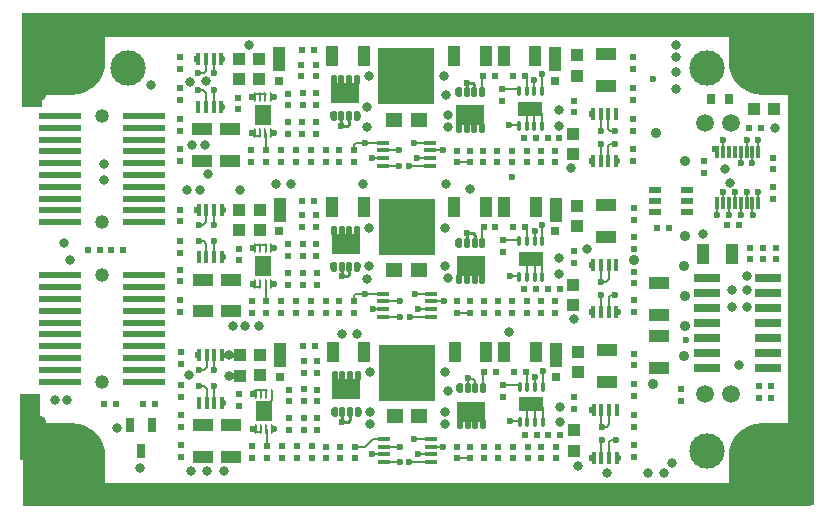
<source format=gbl>
G04 Layer_Physical_Order=10*
G04 Layer_Color=16711680*
%FSLAX44Y44*%
%MOMM*%
G71*
G01*
G75*
%ADD12R,1.1000X1.0000*%
%ADD28R,0.6000X0.6000*%
%ADD29R,0.6000X0.6000*%
%ADD30C,0.5000*%
%ADD31C,0.2000*%
%ADD33C,0.2500*%
%ADD35R,58.8500X2.0300*%
%ADD39C,1.1900*%
%ADD40C,3.0000*%
%ADD41C,6.0000*%
%ADD42C,1.5000*%
%ADD43C,0.8000*%
%ADD44C,0.6000*%
%ADD45C,0.9000*%
%ADD46R,1.5750X33.7300*%
%ADD47R,58.8500X1.3500*%
%ADD48R,4.2000X6.9750*%
%ADD49R,6.9750X4.2000*%
%ADD50R,1.6750X3.9000*%
%ADD51R,1.6750X5.5750*%
%ADD52R,1.2750X0.8500*%
%ADD53R,0.8500X1.2750*%
%ADD71C,0.4000*%
%ADD72R,1.4500X1.7500*%
G04:AMPARAMS|DCode=73|XSize=0.25mm|YSize=0.8mm|CornerRadius=0.0625mm|HoleSize=0mm|Usage=FLASHONLY|Rotation=0.000|XOffset=0mm|YOffset=0mm|HoleType=Round|Shape=RoundedRectangle|*
%AMROUNDEDRECTD73*
21,1,0.2500,0.6750,0,0,0.0*
21,1,0.1250,0.8000,0,0,0.0*
1,1,0.1250,0.0625,-0.3375*
1,1,0.1250,-0.0625,-0.3375*
1,1,0.1250,-0.0625,0.3375*
1,1,0.1250,0.0625,0.3375*
%
%ADD73ROUNDEDRECTD73*%
G04:AMPARAMS|DCode=74|XSize=0.4mm|YSize=1.1mm|CornerRadius=0.1mm|HoleSize=0mm|Usage=FLASHONLY|Rotation=180.000|XOffset=0mm|YOffset=0mm|HoleType=Round|Shape=RoundedRectangle|*
%AMROUNDEDRECTD74*
21,1,0.4000,0.9000,0,0,180.0*
21,1,0.2000,1.1000,0,0,180.0*
1,1,0.2000,-0.1000,0.4500*
1,1,0.2000,0.1000,0.4500*
1,1,0.2000,0.1000,-0.4500*
1,1,0.2000,-0.1000,-0.4500*
%
%ADD74ROUNDEDRECTD74*%
G04:AMPARAMS|DCode=75|XSize=0.45mm|YSize=0.9mm|CornerRadius=0.1125mm|HoleSize=0mm|Usage=FLASHONLY|Rotation=180.000|XOffset=0mm|YOffset=0mm|HoleType=Round|Shape=RoundedRectangle|*
%AMROUNDEDRECTD75*
21,1,0.4500,0.6750,0,0,180.0*
21,1,0.2250,0.9000,0,0,180.0*
1,1,0.2250,-0.1125,0.3375*
1,1,0.2250,0.1125,0.3375*
1,1,0.2250,0.1125,-0.3375*
1,1,0.2250,-0.1125,-0.3375*
%
%ADD75ROUNDEDRECTD75*%
%ADD76R,2.4000X1.7000*%
%ADD77R,3.5500X0.6100*%
%ADD78R,1.0000X1.1000*%
%ADD79R,1.7000X1.1000*%
%ADD80R,1.1000X1.7000*%
%ADD81R,0.8000X0.8000*%
%ADD82R,1.1000X2.0000*%
%ADD83R,4.8000X4.7500*%
%ADD84R,1.4000X1.2700*%
%ADD85R,2.1500X1.2000*%
G04:AMPARAMS|DCode=86|XSize=0.35mm|YSize=0.8mm|CornerRadius=0.0875mm|HoleSize=0mm|Usage=FLASHONLY|Rotation=0.000|XOffset=0mm|YOffset=0mm|HoleType=Round|Shape=RoundedRectangle|*
%AMROUNDEDRECTD86*
21,1,0.3500,0.6250,0,0,0.0*
21,1,0.1750,0.8000,0,0,0.0*
1,1,0.1750,0.0875,-0.3125*
1,1,0.1750,-0.0875,-0.3125*
1,1,0.1750,-0.0875,0.3125*
1,1,0.1750,0.0875,0.3125*
%
%ADD86ROUNDEDRECTD86*%
%ADD87R,2.2000X0.6500*%
G04:AMPARAMS|DCode=88|XSize=0.3mm|YSize=1.1mm|CornerRadius=0.075mm|HoleSize=0mm|Usage=FLASHONLY|Rotation=180.000|XOffset=0mm|YOffset=0mm|HoleType=Round|Shape=RoundedRectangle|*
%AMROUNDEDRECTD88*
21,1,0.3000,0.9500,0,0,180.0*
21,1,0.1500,1.1000,0,0,180.0*
1,1,0.1500,-0.0750,0.4750*
1,1,0.1500,0.0750,0.4750*
1,1,0.1500,0.0750,-0.4750*
1,1,0.1500,-0.0750,-0.4750*
%
%ADD88ROUNDEDRECTD88*%
%ADD89R,1.0000X1.8000*%
%ADD90R,0.8000X1.2000*%
%ADD91R,0.7000X0.9000*%
%ADD92R,1.0500X0.6000*%
G04:AMPARAMS|DCode=93|XSize=0.4mm|YSize=1.1mm|CornerRadius=0.1mm|HoleSize=0mm|Usage=FLASHONLY|Rotation=90.000|XOffset=0mm|YOffset=0mm|HoleType=Round|Shape=RoundedRectangle|*
%AMROUNDEDRECTD93*
21,1,0.4000,0.9000,0,0,90.0*
21,1,0.2000,1.1000,0,0,90.0*
1,1,0.2000,0.4500,0.1000*
1,1,0.2000,0.4500,-0.1000*
1,1,0.2000,-0.4500,-0.1000*
1,1,0.2000,-0.4500,0.1000*
%
%ADD93ROUNDEDRECTD93*%
%ADD94R,58.8500X1.9700*%
%ADD95R,2.2750X33.7300*%
D12*
X627000Y327450D02*
D03*
X610000D02*
D03*
D28*
X426000Y51500D02*
D03*
X416000D02*
D03*
X446000D02*
D03*
X436000D02*
D03*
X381050Y227192D02*
D03*
X391050D02*
D03*
X445500Y174500D02*
D03*
X435500D02*
D03*
X65750Y207950D02*
D03*
X75750D02*
D03*
X56500D02*
D03*
X46500D02*
D03*
X527750Y226300D02*
D03*
X537750D02*
D03*
X614500Y92700D02*
D03*
X624500D02*
D03*
Y82700D02*
D03*
X614500D02*
D03*
X415250Y302250D02*
D03*
X425250D02*
D03*
X425500Y174500D02*
D03*
X415500D02*
D03*
X416000Y355000D02*
D03*
X406000D02*
D03*
X406200Y227451D02*
D03*
X416200D02*
D03*
X416700Y104451D02*
D03*
X406700D02*
D03*
X587250Y228700D02*
D03*
X597250D02*
D03*
X237500Y377200D02*
D03*
X227500D02*
D03*
X227750Y249450D02*
D03*
X237750D02*
D03*
X238250Y126450D02*
D03*
X228250D02*
D03*
X435250Y302250D02*
D03*
X445250D02*
D03*
X390800Y354942D02*
D03*
X380800D02*
D03*
X381550Y104192D02*
D03*
X391550D02*
D03*
X92750Y77200D02*
D03*
X102750D02*
D03*
X70000Y77250D02*
D03*
X60000D02*
D03*
X616250Y310700D02*
D03*
X606250D02*
D03*
D29*
X247558Y154300D02*
D03*
Y164300D02*
D03*
X369442Y164200D02*
D03*
Y154200D02*
D03*
X358442D02*
D03*
Y164200D02*
D03*
X271250Y292000D02*
D03*
Y282000D02*
D03*
X271500Y154250D02*
D03*
Y164250D02*
D03*
X272000Y41250D02*
D03*
Y31250D02*
D03*
X629000Y209700D02*
D03*
Y199700D02*
D03*
X618000D02*
D03*
Y209700D02*
D03*
X607000D02*
D03*
Y199700D02*
D03*
X238942Y316200D02*
D03*
Y306200D02*
D03*
X239692Y178450D02*
D03*
Y188450D02*
D03*
Y65450D02*
D03*
Y55450D02*
D03*
X238942Y354700D02*
D03*
Y364700D02*
D03*
X239442Y236950D02*
D03*
Y226950D02*
D03*
X239692Y103950D02*
D03*
Y113950D02*
D03*
X239000Y340250D02*
D03*
Y330250D02*
D03*
X239250Y202500D02*
D03*
Y212500D02*
D03*
X239750Y89500D02*
D03*
Y79500D02*
D03*
X226692Y354700D02*
D03*
Y364700D02*
D03*
X227192Y236950D02*
D03*
Y226950D02*
D03*
X228942Y103950D02*
D03*
Y113950D02*
D03*
X258558Y292050D02*
D03*
Y282050D02*
D03*
X258808Y154300D02*
D03*
Y164300D02*
D03*
X259308Y41300D02*
D03*
Y31300D02*
D03*
X124000Y360700D02*
D03*
Y370700D02*
D03*
X124250Y241950D02*
D03*
Y231950D02*
D03*
X124750Y110950D02*
D03*
Y120950D02*
D03*
X173442Y326700D02*
D03*
Y336700D02*
D03*
X173692Y208950D02*
D03*
Y198950D02*
D03*
X174192Y75950D02*
D03*
Y85950D02*
D03*
X215192Y316200D02*
D03*
Y306200D02*
D03*
X215442Y178450D02*
D03*
Y188450D02*
D03*
X215942Y65450D02*
D03*
Y55450D02*
D03*
X184407Y282200D02*
D03*
Y292200D02*
D03*
X184657Y164450D02*
D03*
Y154450D02*
D03*
X185157Y31450D02*
D03*
Y41450D02*
D03*
X392764Y291950D02*
D03*
Y281950D02*
D03*
X393014Y154200D02*
D03*
Y164200D02*
D03*
X393514Y41200D02*
D03*
Y31200D02*
D03*
X417728Y291950D02*
D03*
Y281950D02*
D03*
X417978Y154200D02*
D03*
Y164200D02*
D03*
X418478Y41200D02*
D03*
Y31200D02*
D03*
X405121Y281950D02*
D03*
Y291950D02*
D03*
X405371Y164200D02*
D03*
Y154200D02*
D03*
X405871Y31200D02*
D03*
Y41200D02*
D03*
X441442Y291950D02*
D03*
Y281950D02*
D03*
X441692Y154200D02*
D03*
Y164200D02*
D03*
X442192Y41200D02*
D03*
Y31200D02*
D03*
X369192Y291950D02*
D03*
Y281950D02*
D03*
X369942Y31200D02*
D03*
Y41200D02*
D03*
X457250Y324200D02*
D03*
Y334200D02*
D03*
X457500Y206450D02*
D03*
Y196450D02*
D03*
X458000Y73450D02*
D03*
Y83450D02*
D03*
X222299Y282200D02*
D03*
Y292200D02*
D03*
X222549Y164450D02*
D03*
Y154450D02*
D03*
X223049Y31450D02*
D03*
Y41450D02*
D03*
X209585Y282200D02*
D03*
Y292200D02*
D03*
X209835Y164450D02*
D03*
Y154450D02*
D03*
X210335Y31450D02*
D03*
Y41450D02*
D03*
X508000Y292950D02*
D03*
Y282950D02*
D03*
X508250Y155200D02*
D03*
Y165200D02*
D03*
X508750Y42200D02*
D03*
Y32200D02*
D03*
X247308Y292050D02*
D03*
Y282050D02*
D03*
X248058Y31300D02*
D03*
Y41300D02*
D03*
X358192Y291950D02*
D03*
Y281950D02*
D03*
X358942Y31200D02*
D03*
Y41200D02*
D03*
X227692Y306200D02*
D03*
Y316200D02*
D03*
X227942Y188450D02*
D03*
Y178450D02*
D03*
X228942Y55450D02*
D03*
Y65450D02*
D03*
X124000Y282950D02*
D03*
Y292950D02*
D03*
X124250Y165200D02*
D03*
Y155200D02*
D03*
X124750Y32200D02*
D03*
Y42200D02*
D03*
X124000Y318867D02*
D03*
Y308867D02*
D03*
X124250Y181117D02*
D03*
Y191117D02*
D03*
X124750Y68117D02*
D03*
Y58117D02*
D03*
X228192Y330450D02*
D03*
Y340450D02*
D03*
X228442Y212700D02*
D03*
Y202700D02*
D03*
X228942Y79700D02*
D03*
Y89700D02*
D03*
X124000Y344783D02*
D03*
Y334783D02*
D03*
X124250Y205533D02*
D03*
Y215533D02*
D03*
X124750Y93533D02*
D03*
Y83533D02*
D03*
X235014Y282200D02*
D03*
Y292200D02*
D03*
X235264Y164450D02*
D03*
Y154450D02*
D03*
X235764Y31450D02*
D03*
Y41450D02*
D03*
X215500Y340200D02*
D03*
Y330200D02*
D03*
X215500Y202450D02*
D03*
Y212450D02*
D03*
X216000Y89450D02*
D03*
Y79450D02*
D03*
X508000Y370700D02*
D03*
Y360700D02*
D03*
X508250Y232950D02*
D03*
Y242950D02*
D03*
X508750Y119950D02*
D03*
Y109950D02*
D03*
X196871Y292200D02*
D03*
Y282200D02*
D03*
X197121Y154450D02*
D03*
Y164450D02*
D03*
X197621Y41450D02*
D03*
Y31450D02*
D03*
X380906Y291950D02*
D03*
Y281950D02*
D03*
X381157Y154200D02*
D03*
Y164200D02*
D03*
X381656Y41200D02*
D03*
Y31200D02*
D03*
X429335Y291950D02*
D03*
Y281950D02*
D03*
X429585Y154200D02*
D03*
Y164200D02*
D03*
X430085Y41200D02*
D03*
Y31200D02*
D03*
X508000Y344783D02*
D03*
Y334783D02*
D03*
X508250Y208783D02*
D03*
Y218783D02*
D03*
X508750Y94033D02*
D03*
Y84033D02*
D03*
X397058Y333800D02*
D03*
Y343800D02*
D03*
X397308Y216050D02*
D03*
Y206050D02*
D03*
X397808Y83050D02*
D03*
Y93050D02*
D03*
X508000Y308867D02*
D03*
Y318867D02*
D03*
X508250Y189367D02*
D03*
Y179367D02*
D03*
X508750Y58117D02*
D03*
Y68117D02*
D03*
X626250Y285950D02*
D03*
Y275950D02*
D03*
Y260950D02*
D03*
Y250950D02*
D03*
X567750Y272700D02*
D03*
Y282700D02*
D03*
X548500Y79950D02*
D03*
Y89950D02*
D03*
D30*
X165250Y101450D02*
X174942D01*
D31*
X487384Y60135D02*
Y71950D01*
X485200Y57950D02*
X487384Y60135D01*
X481000Y57950D02*
X485200D01*
X480885Y58066D02*
Y71950D01*
X486884Y183134D02*
Y194950D01*
X484700Y180950D02*
X486884Y183134D01*
X480500Y180950D02*
X484700D01*
X273500Y192950D02*
X274000Y193450D01*
X274250Y70200D02*
X274500Y70450D01*
X152500Y356700D02*
Y369200D01*
X144000Y357200D02*
X146000Y359200D01*
X140000Y357200D02*
X144000D01*
X139500Y356700D02*
X140000Y357200D01*
X152500Y329200D02*
Y343200D01*
X143750Y343200D02*
X146000Y340950D01*
X139500Y343200D02*
X143750D01*
X146000Y329200D02*
Y340950D01*
Y359200D02*
Y369200D01*
X186942Y339950D02*
X196500D01*
X186692Y303950D02*
X191692D01*
X488500Y297700D02*
X492250D01*
X486634Y295835D02*
X488500Y297700D01*
X486634Y282700D02*
Y295835D01*
Y310565D02*
Y322700D01*
X488500Y308700D02*
X492250D01*
X486634Y310565D02*
X488500Y308700D01*
X480134Y308815D02*
Y322700D01*
X152750Y201450D02*
Y215450D01*
X144000Y215450D02*
X146250Y213200D01*
X139750Y215450D02*
X144000D01*
X146250Y201450D02*
Y213200D01*
X152750Y228950D02*
Y241450D01*
X146250Y231450D02*
Y241450D01*
X143750Y228950D02*
X146250Y231450D01*
X139750Y228950D02*
X143750D01*
X187192Y212200D02*
X196500D01*
X186942Y176200D02*
X191942D01*
X488750Y169950D02*
X492500D01*
X486884Y168084D02*
X488750Y169950D01*
X486884Y154950D02*
Y168084D01*
X480384Y154950D02*
Y169834D01*
Y181066D02*
Y194950D01*
X480134Y282700D02*
Y297584D01*
X80250Y126200D02*
X93800D01*
Y116200D02*
X107250D01*
X93800Y126200D02*
X99250D01*
X104250D01*
X89250Y116200D02*
X93800D01*
X22700Y166200D02*
X31250D01*
X22700Y156200D02*
X30500D01*
X30250Y156450D02*
X30500Y156200D01*
X22700Y146200D02*
X22750D01*
X13500Y136200D02*
X22700D01*
Y176200D02*
X35250D01*
X22700Y186200D02*
X30250D01*
X87750Y136200D02*
X93800D01*
X583750Y247200D02*
Y256700D01*
X578750Y237700D02*
Y247200D01*
X588750Y237700D02*
Y247200D01*
X593750D02*
Y256700D01*
X598750Y237700D02*
Y247200D01*
X603750D02*
Y256700D01*
X608750Y237950D02*
Y247200D01*
X613750D02*
Y256700D01*
X583750Y290950D02*
Y300450D01*
X598750Y281950D02*
Y290950D01*
X603750D02*
Y300450D01*
X608750Y281700D02*
Y290950D01*
X613750Y290950D02*
Y300450D01*
X153250Y78450D02*
Y92450D01*
Y105950D02*
Y118450D01*
X480885Y31950D02*
Y46835D01*
X187442Y53200D02*
X192442D01*
X187450Y89200D02*
X197442D01*
X140250Y105950D02*
X144250D01*
X146750Y108450D01*
Y118450D01*
X140250Y92450D02*
X144500D01*
X146750Y90200D01*
Y78450D02*
Y90200D01*
X487384Y31950D02*
Y45085D01*
X489250Y46950D01*
X493000D01*
X374000Y90700D02*
Y96500D01*
X418250Y63000D02*
Y76508D01*
X424750Y63000D02*
Y74750D01*
X431250Y63000D02*
Y74750D01*
X380500Y90700D02*
Y103000D01*
X296750Y41250D02*
X310000D01*
X322500Y47750D02*
X336750D01*
X296750Y28250D02*
X310000D01*
X318000D02*
X336750D01*
X286500Y34750D02*
X296750D01*
X336750Y41250D02*
X347000D01*
X325250Y34750D02*
X336750D01*
X197442Y42414D02*
Y56200D01*
X418250Y90750D02*
Y93000D01*
Y103250D01*
X272500Y41250D02*
X280750D01*
X287250Y47750D01*
X296750D01*
X358942Y31200D02*
X369942D01*
X424750Y93000D02*
Y99500D01*
X431250Y93000D02*
Y104000D01*
X397808Y93000D02*
X411750D01*
X201692Y80692D02*
Y86200D01*
X194942Y73942D02*
X201692Y80692D01*
X185750Y87500D02*
X187450Y89200D01*
X337500Y164250D02*
X347750D01*
X318750Y151250D02*
X337500D01*
X297500D02*
X310750D01*
X297500Y164250D02*
X310750D01*
X287250Y157750D02*
X297500D01*
X326000D02*
X337500D01*
X358442Y154200D02*
X369442D01*
X403750Y63000D02*
X411750D01*
X397358Y216000D02*
X411250D01*
X417750D02*
Y225901D01*
X416200Y227451D02*
X417750Y225901D01*
X424250Y216000D02*
Y223000D01*
X430750Y216000D02*
Y227500D01*
X431000Y227750D01*
X379750Y341450D02*
Y353892D01*
X417500Y343750D02*
Y353651D01*
X397108Y343750D02*
X411000D01*
X424000D02*
Y351250D01*
X430500Y343750D02*
Y355750D01*
X417500Y313750D02*
Y327250D01*
X424000Y313750D02*
Y325500D01*
X430500Y313750D02*
Y323750D01*
X380000Y213700D02*
Y226142D01*
X367500Y90700D02*
Y98750D01*
X371750D01*
X374000Y96500D01*
X358192Y281950D02*
X369192D01*
X336500Y292000D02*
X346750D01*
X286250Y285500D02*
X296500D01*
X317750Y279000D02*
X336500D01*
X296500D02*
X309750D01*
X296500Y292000D02*
X309750D01*
X196942Y165414D02*
Y179200D01*
X417750Y186000D02*
Y197750D01*
X424250Y186000D02*
Y197750D01*
X430750Y186000D02*
Y197000D01*
X325000Y285500D02*
X336500D01*
X323250Y170750D02*
X337500D01*
X322250Y298500D02*
X336500D01*
X281000D02*
X296500D01*
X196692Y293164D02*
Y306950D01*
X404500Y186000D02*
X411250D01*
X402000Y313750D02*
X403000D01*
X411000D01*
X271500Y164250D02*
Y169500D01*
X272750Y170750D01*
X280500D01*
X297500D01*
X271250Y292000D02*
Y296750D01*
X273000Y298500D01*
X281000D01*
D33*
X268000Y64000D02*
Y70450D01*
X367000Y211200D02*
Y221750D01*
X267500Y187000D02*
Y193450D01*
X261000Y188000D02*
Y193450D01*
X266250Y185750D02*
X267500Y187000D01*
X261000Y185750D02*
X266250D01*
X261500Y62500D02*
Y70450D01*
X266500Y62500D02*
X268000Y64000D01*
X261000Y62500D02*
X266500D01*
X260750Y315250D02*
Y321200D01*
X267250Y314250D02*
Y321200D01*
X266000Y313000D02*
X267250Y314250D01*
X260750Y313000D02*
X266000D01*
X260750Y315250D02*
X262250Y313750D01*
X367000Y221750D02*
X371750D01*
X373500Y211950D02*
X374250Y211200D01*
X373500Y211950D02*
Y220000D01*
X371750Y221750D02*
X373500Y220000D01*
X373250Y339700D02*
X374000Y338950D01*
X373250Y339700D02*
Y348500D01*
X372250Y349500D02*
X373250Y348500D01*
X366750Y339700D02*
X367500Y338950D01*
X366750Y339700D02*
Y349500D01*
X372250D01*
D35*
X324750Y398600D02*
D03*
D39*
X58250Y321200D02*
D03*
Y231200D02*
D03*
Y96200D02*
D03*
Y186200D02*
D03*
D40*
X569900Y361850D02*
D03*
Y37850D02*
D03*
X79900Y361850D02*
D03*
D41*
X31250Y31200D02*
D03*
Y368500D02*
D03*
X618550D02*
D03*
Y31200D02*
D03*
D42*
X568200Y315450D02*
D03*
Y85650D02*
D03*
X590800D02*
D03*
Y315450D02*
D03*
D43*
X282000Y329000D02*
D03*
X351250Y184000D02*
D03*
X282000Y183500D02*
D03*
X274000Y136750D02*
D03*
X279000Y263700D02*
D03*
X567000Y221450D02*
D03*
X643000Y63200D02*
D03*
X6500Y337700D02*
D03*
X6750Y62700D02*
D03*
X583500Y392950D02*
D03*
X643250Y318700D02*
D03*
X569750Y6450D02*
D03*
X59000D02*
D03*
X70500Y57200D02*
D03*
X90500Y22950D02*
D03*
X589500Y264750D02*
D03*
X543750Y358700D02*
D03*
X520250Y18750D02*
D03*
X485750Y18950D02*
D03*
X146250Y350450D02*
D03*
X174600Y258700D02*
D03*
X284250Y355450D02*
D03*
X348000D02*
D03*
X284500Y226200D02*
D03*
X285000Y104700D02*
D03*
X348750D02*
D03*
Y60700D02*
D03*
X285000Y70700D02*
D03*
Y60200D02*
D03*
X591750Y159450D02*
D03*
X604000Y173950D02*
D03*
Y185450D02*
D03*
X591750Y173950D02*
D03*
X145000Y296950D02*
D03*
X604000Y159450D02*
D03*
X543750Y381700D02*
D03*
Y370700D02*
D03*
X348250Y225950D02*
D03*
X540500Y27200D02*
D03*
X134250Y296950D02*
D03*
X191000Y143700D02*
D03*
X59750Y266700D02*
D03*
X68000Y392950D02*
D03*
X597250Y109950D02*
D03*
X627750Y310700D02*
D03*
X99500Y347700D02*
D03*
X402250Y138250D02*
D03*
X132000Y101700D02*
D03*
X349250Y263700D02*
D03*
X132500Y350200D02*
D03*
X178750Y143700D02*
D03*
X168750D02*
D03*
X165250Y101450D02*
D03*
X182250Y380950D02*
D03*
X218250Y263700D02*
D03*
X130000Y258200D02*
D03*
X585750Y276000D02*
D03*
X543750Y344000D02*
D03*
X141000Y258200D02*
D03*
X147750Y271750D02*
D03*
X205000Y263700D02*
D03*
X25500Y214000D02*
D03*
X30750Y199500D02*
D03*
X59750Y280750D02*
D03*
X165750Y118450D02*
D03*
X28250Y80500D02*
D03*
X18000D02*
D03*
X457250Y149250D02*
D03*
X460750Y24500D02*
D03*
X455500Y277250D02*
D03*
X348750Y193750D02*
D03*
X284000Y194250D02*
D03*
X351250Y311500D02*
D03*
Y321750D02*
D03*
X282000Y311500D02*
D03*
X348750Y70750D02*
D03*
X133250Y20250D02*
D03*
X146750D02*
D03*
X161750D02*
D03*
X445750Y62500D02*
D03*
Y75000D02*
D03*
X445250Y187000D02*
D03*
Y200750D02*
D03*
X444750Y312500D02*
D03*
Y326250D02*
D03*
X261500Y137000D02*
D03*
X369700Y259500D02*
D03*
X350750Y88500D02*
D03*
X469000Y208750D02*
D03*
X349000Y339000D02*
D03*
X534250Y18750D02*
D03*
D44*
X370000Y319500D02*
D03*
X361250Y325250D02*
D03*
X379000Y324750D02*
D03*
X508750Y94033D02*
D03*
X392764Y281950D02*
D03*
Y291950D02*
D03*
X274500Y321250D02*
D03*
X253500Y321700D02*
D03*
X253750Y194200D02*
D03*
X254250Y70450D02*
D03*
X524250Y352533D02*
D03*
X548500Y89950D02*
D03*
Y79950D02*
D03*
X624500Y92700D02*
D03*
X614500D02*
D03*
X552500Y131200D02*
D03*
X577250Y293450D02*
D03*
X153000Y357450D02*
D03*
X101500Y241200D02*
D03*
X86750Y231200D02*
D03*
X28000Y320950D02*
D03*
X16250Y311200D02*
D03*
X101500Y321200D02*
D03*
X86750Y311200D02*
D03*
X101500Y301200D02*
D03*
X86750Y291200D02*
D03*
X101500Y281200D02*
D03*
X86750Y271200D02*
D03*
X101500Y261200D02*
D03*
X86750Y251200D02*
D03*
X16250Y231200D02*
D03*
X28000Y241200D02*
D03*
X16250Y251200D02*
D03*
X28000Y261200D02*
D03*
X16250Y271200D02*
D03*
X28000Y281200D02*
D03*
X16250Y291200D02*
D03*
X28000Y301200D02*
D03*
X160250Y241200D02*
D03*
X174442Y241450D02*
D03*
X192500Y367700D02*
D03*
X160000Y369200D02*
D03*
X152500Y343200D02*
D03*
X139500D02*
D03*
Y357450D02*
D03*
X194250Y316700D02*
D03*
Y327200D02*
D03*
X203250Y336950D02*
D03*
X264000Y340950D02*
D03*
X480250Y308700D02*
D03*
X138500Y369450D02*
D03*
X417728Y281950D02*
D03*
X494250Y282700D02*
D03*
X191192Y352450D02*
D03*
X459942Y372450D02*
D03*
Y355450D02*
D03*
X304000Y365950D02*
D03*
Y344950D02*
D03*
X330250Y314950D02*
D03*
X322250D02*
D03*
X272000Y336700D02*
D03*
X309250Y314950D02*
D03*
X301250D02*
D03*
X256250Y336700D02*
D03*
X143000Y283450D02*
D03*
X484442Y372450D02*
D03*
X355750Y371700D02*
D03*
X328750Y365950D02*
D03*
Y344950D02*
D03*
X203250Y306950D02*
D03*
X215500Y340200D02*
D03*
X252500Y371950D02*
D03*
X279500D02*
D03*
X405121Y291950D02*
D03*
X166750Y283450D02*
D03*
X405121Y281950D02*
D03*
X380906D02*
D03*
Y291950D02*
D03*
X429335Y281950D02*
D03*
X417728Y291950D02*
D03*
X441442D02*
D03*
X429335D02*
D03*
X185250Y306950D02*
D03*
X472500Y282700D02*
D03*
X456634Y288700D02*
D03*
X441442Y281950D02*
D03*
X160000Y329200D02*
D03*
X143000Y310450D02*
D03*
X174192Y369200D02*
D03*
X484442Y346700D02*
D03*
X472500Y322700D02*
D03*
X441692Y351200D02*
D03*
X456634Y305700D02*
D03*
X207942Y351200D02*
D03*
X174192Y352200D02*
D03*
X425000Y372250D02*
D03*
X208192Y369450D02*
D03*
X185250Y336950D02*
D03*
X166750Y310450D02*
D03*
X152750Y215450D02*
D03*
X139750D02*
D03*
X152750Y228950D02*
D03*
X139750D02*
D03*
X194500Y188950D02*
D03*
Y199450D02*
D03*
X203500Y209200D02*
D03*
X264250Y213200D02*
D03*
X480500Y180950D02*
D03*
X138750Y241700D02*
D03*
X494500Y154950D02*
D03*
X191442Y241700D02*
D03*
Y224700D02*
D03*
X460192Y243950D02*
D03*
Y227700D02*
D03*
X304250Y238200D02*
D03*
Y217200D02*
D03*
X330500Y187200D02*
D03*
X322500D02*
D03*
X272250Y208950D02*
D03*
X309500Y187200D02*
D03*
X301500D02*
D03*
X256500Y208950D02*
D03*
X143250Y155700D02*
D03*
X383000Y243950D02*
D03*
X356000D02*
D03*
X329000Y238200D02*
D03*
Y217200D02*
D03*
X203500Y179200D02*
D03*
X252750Y244200D02*
D03*
X279750D02*
D03*
X167000Y155700D02*
D03*
X381157Y154200D02*
D03*
Y164200D02*
D03*
X441692D02*
D03*
X185500Y179200D02*
D03*
X472750Y154950D02*
D03*
X456884Y160950D02*
D03*
X441692Y154200D02*
D03*
X160250Y201450D02*
D03*
X143250Y182700D02*
D03*
X484692Y218950D02*
D03*
X472750Y194950D02*
D03*
X441942Y223450D02*
D03*
X456884Y177950D02*
D03*
X208192Y223450D02*
D03*
X174442Y224450D02*
D03*
X425250Y243950D02*
D03*
X208442Y241700D02*
D03*
X185500Y209200D02*
D03*
X167000Y182700D02*
D03*
X398250Y243950D02*
D03*
X492250Y297700D02*
D03*
X480250D02*
D03*
X492250Y308700D02*
D03*
X492500Y169950D02*
D03*
X480500D02*
D03*
X80250Y126200D02*
D03*
X99250D02*
D03*
X89250Y116200D02*
D03*
Y96200D02*
D03*
X99250Y106200D02*
D03*
X80250D02*
D03*
X18150Y116200D02*
D03*
X28150Y126200D02*
D03*
X36150Y116200D02*
D03*
X9150Y126200D02*
D03*
X18150Y96200D02*
D03*
X28150Y106200D02*
D03*
X36150Y96200D02*
D03*
X9150Y106200D02*
D03*
X31250Y166200D02*
D03*
X30500Y156200D02*
D03*
X22750Y146200D02*
D03*
X13500Y136200D02*
D03*
X35250Y176200D02*
D03*
X30250Y186200D02*
D03*
X89250Y136200D02*
D03*
X80250Y146200D02*
D03*
X89250Y156200D02*
D03*
X80250Y166200D02*
D03*
X89250Y176200D02*
D03*
X80250Y186200D02*
D03*
X102000Y146150D02*
D03*
Y136200D02*
D03*
X530000Y135450D02*
D03*
X570000Y145700D02*
D03*
X529750Y152950D02*
D03*
X529500Y179950D02*
D03*
X529500Y108200D02*
D03*
X570000Y132950D02*
D03*
Y120200D02*
D03*
Y107700D02*
D03*
X623250D02*
D03*
Y120200D02*
D03*
Y132950D02*
D03*
Y145700D02*
D03*
Y171200D02*
D03*
Y183700D02*
D03*
X570000D02*
D03*
Y171200D02*
D03*
Y158450D02*
D03*
X591500Y204450D02*
D03*
X566500Y204700D02*
D03*
X583750Y300450D02*
D03*
X578750Y237700D02*
D03*
X583750Y256700D02*
D03*
X593750D02*
D03*
X598750Y237700D02*
D03*
X588750D02*
D03*
X603750Y256700D02*
D03*
X613750D02*
D03*
X609000Y237700D02*
D03*
X603750Y300450D02*
D03*
X608750Y281700D02*
D03*
X613750Y300450D02*
D03*
X598750Y281700D02*
D03*
X610000Y327450D02*
D03*
X627250D02*
D03*
X588500Y335200D02*
D03*
X573500D02*
D03*
X82000Y58700D02*
D03*
X101000D02*
D03*
X91500Y35950D02*
D03*
X143750Y32700D02*
D03*
X167500D02*
D03*
Y59700D02*
D03*
X143750D02*
D03*
X185157Y41450D02*
D03*
X197621D02*
D03*
Y31450D02*
D03*
X210335D02*
D03*
Y41450D02*
D03*
X223049D02*
D03*
Y31450D02*
D03*
X235764D02*
D03*
Y41450D02*
D03*
X239750Y79500D02*
D03*
X228942Y79700D02*
D03*
Y89700D02*
D03*
X257000Y85950D02*
D03*
X272750D02*
D03*
X264750Y90200D02*
D03*
X195000Y76450D02*
D03*
Y65950D02*
D03*
X174942Y101450D02*
D03*
Y118450D02*
D03*
X191942Y118700D02*
D03*
Y101700D02*
D03*
X208692Y100450D02*
D03*
X208942Y118700D02*
D03*
X302000Y64200D02*
D03*
X310000D02*
D03*
X323000D02*
D03*
X331000D02*
D03*
X370750Y70950D02*
D03*
X379500Y76200D02*
D03*
X362000D02*
D03*
X406700Y104451D02*
D03*
X416700D02*
D03*
X381656Y41200D02*
D03*
Y31200D02*
D03*
X393514D02*
D03*
Y41200D02*
D03*
X405871Y31200D02*
D03*
X418478D02*
D03*
X430085Y41200D02*
D03*
Y31200D02*
D03*
X442192D02*
D03*
Y41200D02*
D03*
X457884Y37950D02*
D03*
Y54950D02*
D03*
X485192Y121700D02*
D03*
Y95950D02*
D03*
X460692Y104700D02*
D03*
Y121700D02*
D03*
X442692Y118700D02*
D03*
X442442Y100450D02*
D03*
X425750Y120950D02*
D03*
X398750D02*
D03*
X383500Y120950D02*
D03*
X356500D02*
D03*
X280250Y121200D02*
D03*
X253250D02*
D03*
X139250Y118700D02*
D03*
X140250Y105950D02*
D03*
Y92450D02*
D03*
X153250D02*
D03*
Y105950D02*
D03*
X160750Y78450D02*
D03*
X495000Y31950D02*
D03*
X473250Y71950D02*
D03*
X481000Y46950D02*
D03*
X493000D02*
D03*
X481000Y57950D02*
D03*
X473250Y31950D02*
D03*
X304750Y115200D02*
D03*
X329500D02*
D03*
Y94200D02*
D03*
X304750D02*
D03*
X204000Y56200D02*
D03*
X186000D02*
D03*
Y86200D02*
D03*
X405871Y41200D02*
D03*
X484692Y243950D02*
D03*
X124750Y32200D02*
D03*
Y42200D02*
D03*
Y58117D02*
D03*
Y68117D02*
D03*
Y83533D02*
D03*
Y93533D02*
D03*
Y110950D02*
D03*
Y120950D02*
D03*
X174192Y75950D02*
D03*
Y85950D02*
D03*
X397808Y83050D02*
D03*
Y93050D02*
D03*
X185157Y31450D02*
D03*
X391550Y104192D02*
D03*
X381550D02*
D03*
X458000Y73450D02*
D03*
Y83450D02*
D03*
X508750Y68117D02*
D03*
Y58117D02*
D03*
Y42200D02*
D03*
Y32200D02*
D03*
Y84033D02*
D03*
Y109950D02*
D03*
Y119950D02*
D03*
X358942Y41200D02*
D03*
X369942D02*
D03*
X215942Y55450D02*
D03*
X228942D02*
D03*
X239692D02*
D03*
Y65450D02*
D03*
X228942D02*
D03*
X215942D02*
D03*
X259308Y41300D02*
D03*
X248058D02*
D03*
X259308Y31300D02*
D03*
X248058D02*
D03*
X216000Y79450D02*
D03*
Y89450D02*
D03*
X228942Y103950D02*
D03*
X239692D02*
D03*
Y113950D02*
D03*
X228942D02*
D03*
X228250Y126450D02*
D03*
X238250D02*
D03*
X124250Y155200D02*
D03*
Y165200D02*
D03*
Y181117D02*
D03*
Y191117D02*
D03*
X173692Y198950D02*
D03*
Y208950D02*
D03*
X124250Y205533D02*
D03*
Y215533D02*
D03*
Y231950D02*
D03*
Y241950D02*
D03*
X227750Y249450D02*
D03*
X237750D02*
D03*
X239442Y236950D02*
D03*
X227192D02*
D03*
Y226950D02*
D03*
X239442D02*
D03*
X215500Y212450D02*
D03*
Y202450D02*
D03*
X227942Y188450D02*
D03*
X239692D02*
D03*
X215442D02*
D03*
Y178450D02*
D03*
X227942D02*
D03*
X239692D02*
D03*
X457500Y196450D02*
D03*
Y206450D02*
D03*
X614500Y82700D02*
D03*
X624500D02*
D03*
X629000Y199700D02*
D03*
X618000D02*
D03*
X607000D02*
D03*
Y209700D02*
D03*
X618000D02*
D03*
X629000D02*
D03*
X597250Y228700D02*
D03*
X587250D02*
D03*
X626250Y250950D02*
D03*
Y260950D02*
D03*
Y275950D02*
D03*
Y285950D02*
D03*
X616250Y310700D02*
D03*
X606250D02*
D03*
X567750Y272700D02*
D03*
Y282700D02*
D03*
X527750Y226300D02*
D03*
X537750D02*
D03*
X508250Y242950D02*
D03*
Y232950D02*
D03*
Y218783D02*
D03*
Y208783D02*
D03*
Y189367D02*
D03*
Y179367D02*
D03*
Y165200D02*
D03*
Y155200D02*
D03*
X124000Y282950D02*
D03*
Y292950D02*
D03*
Y308867D02*
D03*
Y318867D02*
D03*
Y334783D02*
D03*
Y344783D02*
D03*
Y360700D02*
D03*
Y370700D02*
D03*
X173442Y336700D02*
D03*
X508000Y282950D02*
D03*
Y292950D02*
D03*
Y308867D02*
D03*
Y318867D02*
D03*
Y334783D02*
D03*
Y344783D02*
D03*
Y360700D02*
D03*
Y370700D02*
D03*
X457250Y324200D02*
D03*
Y334200D02*
D03*
X238942Y306200D02*
D03*
X227692D02*
D03*
X215192D02*
D03*
Y316200D02*
D03*
X227692D02*
D03*
X238942D02*
D03*
X215500Y330200D02*
D03*
X226692Y354700D02*
D03*
X238942D02*
D03*
Y364700D02*
D03*
X226692D02*
D03*
X227500Y377200D02*
D03*
X237500D02*
D03*
X173442Y326700D02*
D03*
X553500Y249200D02*
D03*
Y258700D02*
D03*
Y239700D02*
D03*
X526500Y258700D02*
D03*
Y239700D02*
D03*
X75750Y207950D02*
D03*
X65750D02*
D03*
X56500D02*
D03*
X46500D02*
D03*
X102750Y77200D02*
D03*
X92750D02*
D03*
X405250Y269750D02*
D03*
X360250Y90750D02*
D03*
X275250Y70500D02*
D03*
X274750Y193750D02*
D03*
X261000Y185750D02*
D03*
X261500Y62500D02*
D03*
X260750Y313000D02*
D03*
X70000Y77250D02*
D03*
X60000D02*
D03*
X358942Y31200D02*
D03*
X239750Y89500D02*
D03*
X272000Y31250D02*
D03*
Y41250D02*
D03*
X322500Y47750D02*
D03*
X310000Y41250D02*
D03*
Y28250D02*
D03*
X318000D02*
D03*
X286500Y34750D02*
D03*
X325250D02*
D03*
X347000Y41250D02*
D03*
X424750Y100250D02*
D03*
X431250Y105000D02*
D03*
X347750Y164250D02*
D03*
X326000Y157750D02*
D03*
X287250D02*
D03*
X318750Y151250D02*
D03*
X310750D02*
D03*
Y164250D02*
D03*
X323250Y170750D02*
D03*
X209835Y154450D02*
D03*
X197121D02*
D03*
Y164450D02*
D03*
X184657Y154450D02*
D03*
X222549Y164450D02*
D03*
X235264D02*
D03*
Y154450D02*
D03*
X222514D02*
D03*
X184621Y164450D02*
D03*
X271464Y154250D02*
D03*
X258772Y154300D02*
D03*
X247522D02*
D03*
Y164300D02*
D03*
X258772D02*
D03*
X239214Y212500D02*
D03*
X228407Y212700D02*
D03*
Y202700D02*
D03*
X239214Y202500D02*
D03*
X369407Y164200D02*
D03*
X358407D02*
D03*
Y154200D02*
D03*
X416000Y51500D02*
D03*
X426000D02*
D03*
X416000Y78000D02*
D03*
X428000D02*
D03*
X403750Y63000D02*
D03*
X436000Y51500D02*
D03*
X446000D02*
D03*
X359500Y213500D02*
D03*
X362000Y197250D02*
D03*
X378000D02*
D03*
X370000Y191500D02*
D03*
X381050Y227192D02*
D03*
X391050D02*
D03*
X406200Y227451D02*
D03*
X416200D02*
D03*
X397308Y216050D02*
D03*
Y206050D02*
D03*
X424250Y223500D02*
D03*
X430750Y228500D02*
D03*
X445500Y174500D02*
D03*
X435500D02*
D03*
X425500D02*
D03*
X415500D02*
D03*
X415950Y354942D02*
D03*
X380800D02*
D03*
X390800D02*
D03*
X405950D02*
D03*
X397058Y343800D02*
D03*
Y333800D02*
D03*
X424000Y351250D02*
D03*
X430500Y356500D02*
D03*
X359250Y341750D02*
D03*
X366750Y349500D02*
D03*
X367500Y99000D02*
D03*
X358192Y281950D02*
D03*
X415250Y302250D02*
D03*
X425250D02*
D03*
X435250D02*
D03*
X445250D02*
D03*
X346750Y292000D02*
D03*
X325000Y285500D02*
D03*
X286250D02*
D03*
X317750Y279000D02*
D03*
X309750D02*
D03*
Y292000D02*
D03*
X322250Y298500D02*
D03*
X271250Y282000D02*
D03*
X258558Y282050D02*
D03*
Y292050D02*
D03*
X247308D02*
D03*
Y282050D02*
D03*
X235014Y282200D02*
D03*
Y292200D02*
D03*
X222299D02*
D03*
X209585Y282200D02*
D03*
X196871D02*
D03*
X184407D02*
D03*
Y292200D02*
D03*
X196871D02*
D03*
X228192Y330450D02*
D03*
X239000Y330250D02*
D03*
Y340250D02*
D03*
X228192Y340450D02*
D03*
X209585Y292200D02*
D03*
X222299Y282200D02*
D03*
X209835Y164450D02*
D03*
X418478Y41200D02*
D03*
X405371Y164200D02*
D03*
X393014D02*
D03*
Y154200D02*
D03*
X405371D02*
D03*
X417978D02*
D03*
Y164200D02*
D03*
X429585D02*
D03*
Y154200D02*
D03*
X367000Y221750D02*
D03*
X427500Y200750D02*
D03*
X427250Y328750D02*
D03*
X415000Y329000D02*
D03*
X398000Y372250D02*
D03*
X382750D02*
D03*
X441942D02*
D03*
X358192Y291950D02*
D03*
X369192D02*
D03*
X403000Y313750D02*
D03*
X415500Y201000D02*
D03*
X403500Y186000D02*
D03*
X280500Y170750D02*
D03*
X281000Y298500D02*
D03*
X442192Y243950D02*
D03*
D45*
X508250Y199200D02*
D03*
X524750Y94200D02*
D03*
X527250Y306450D02*
D03*
X552000Y283200D02*
D03*
X551250Y219700D02*
D03*
X551000Y194200D02*
D03*
X551250Y168700D02*
D03*
X551500Y143700D02*
D03*
X551000Y117950D02*
D03*
D46*
X652875Y200050D02*
D03*
D47*
X325500Y-2000D02*
D03*
X325000Y401750D02*
D03*
D48*
X639500Y373625D02*
D03*
X639750Y26125D02*
D03*
X11250Y373625D02*
D03*
X12500Y26125D02*
D03*
D49*
X623875Y387000D02*
D03*
X623625Y12250D02*
D03*
X25875Y386750D02*
D03*
X26125Y12250D02*
D03*
D50*
X-1375Y348250D02*
D03*
D51*
X-3125Y57625D02*
D03*
D52*
X585875Y393250D02*
D03*
X65875Y393000D02*
D03*
D53*
X643000Y61125D02*
D03*
X6500Y57625D02*
D03*
X3000Y60375D02*
D03*
X58750Y3875D02*
D03*
D71*
X159750Y118450D02*
X174942D01*
D72*
X194192Y321950D02*
D03*
X194442Y194200D02*
D03*
X194942Y71200D02*
D03*
D73*
X200942Y336950D02*
D03*
X196442D02*
D03*
X191942D02*
D03*
X187442D02*
D03*
Y306950D02*
D03*
X191942D02*
D03*
X196442D02*
D03*
X200942D02*
D03*
X201192Y179200D02*
D03*
X196692D02*
D03*
X192192D02*
D03*
X187692D02*
D03*
Y209200D02*
D03*
X192192D02*
D03*
X196692D02*
D03*
X201192D02*
D03*
X201692Y86200D02*
D03*
X197192D02*
D03*
X192692D02*
D03*
X188192D02*
D03*
Y56200D02*
D03*
X192692D02*
D03*
X197192D02*
D03*
X201692D02*
D03*
D74*
X493134Y282700D02*
D03*
X486634D02*
D03*
X480134D02*
D03*
X473634D02*
D03*
X493134Y322700D02*
D03*
X486634D02*
D03*
X480134D02*
D03*
X473634D02*
D03*
X473885Y194950D02*
D03*
X480384D02*
D03*
X486884D02*
D03*
X493385D02*
D03*
X473885Y154950D02*
D03*
X480384D02*
D03*
X486884D02*
D03*
X493385D02*
D03*
X159000Y329200D02*
D03*
X152500D02*
D03*
X146000D02*
D03*
X139500D02*
D03*
X159000Y369200D02*
D03*
X152500D02*
D03*
X146000D02*
D03*
X139500D02*
D03*
X139750Y241450D02*
D03*
X146250D02*
D03*
X152750D02*
D03*
X159250D02*
D03*
X139750Y201450D02*
D03*
X146250D02*
D03*
X152750D02*
D03*
X159250D02*
D03*
X159750Y78450D02*
D03*
X153250D02*
D03*
X146750D02*
D03*
X140250D02*
D03*
X159750Y118450D02*
D03*
X153250D02*
D03*
X146750D02*
D03*
X140250D02*
D03*
X493885Y31950D02*
D03*
X487384D02*
D03*
X480885D02*
D03*
X474384D02*
D03*
X493885Y71950D02*
D03*
X487384D02*
D03*
X480885D02*
D03*
X474384D02*
D03*
D75*
X360250Y341450D02*
D03*
X366750D02*
D03*
X373250D02*
D03*
X379750D02*
D03*
Y310950D02*
D03*
X373250D02*
D03*
X366750D02*
D03*
X360250D02*
D03*
X360500Y213700D02*
D03*
X367000D02*
D03*
X373500D02*
D03*
X380000D02*
D03*
Y183200D02*
D03*
X373500D02*
D03*
X367000D02*
D03*
X360500D02*
D03*
X361000Y90700D02*
D03*
X367500D02*
D03*
X374000D02*
D03*
X380500D02*
D03*
Y60200D02*
D03*
X374000D02*
D03*
X367500D02*
D03*
X361000D02*
D03*
X274500Y70450D02*
D03*
X268000D02*
D03*
X261500D02*
D03*
X255000D02*
D03*
Y100950D02*
D03*
X261500D02*
D03*
X268000D02*
D03*
X274500D02*
D03*
X274000Y193450D02*
D03*
X267500D02*
D03*
X261000D02*
D03*
X254500D02*
D03*
Y223950D02*
D03*
X261000D02*
D03*
X267500D02*
D03*
X274000D02*
D03*
X273750Y321200D02*
D03*
X267250D02*
D03*
X260750D02*
D03*
X254250D02*
D03*
Y351700D02*
D03*
X260750D02*
D03*
X267250D02*
D03*
X273750D02*
D03*
D76*
X370000Y321700D02*
D03*
X370250Y193950D02*
D03*
X370750Y70950D02*
D03*
X264750Y90200D02*
D03*
X264250Y213200D02*
D03*
X264000Y340950D02*
D03*
D77*
X22700Y231200D02*
D03*
Y241200D02*
D03*
Y251200D02*
D03*
Y261200D02*
D03*
Y271200D02*
D03*
Y281200D02*
D03*
Y291200D02*
D03*
Y301200D02*
D03*
Y311200D02*
D03*
Y321200D02*
D03*
X93800D02*
D03*
Y311200D02*
D03*
Y301200D02*
D03*
Y291200D02*
D03*
Y281200D02*
D03*
Y271200D02*
D03*
Y261200D02*
D03*
Y251200D02*
D03*
Y241200D02*
D03*
Y231200D02*
D03*
Y96200D02*
D03*
Y106200D02*
D03*
Y116200D02*
D03*
Y126200D02*
D03*
Y136200D02*
D03*
Y146200D02*
D03*
Y156200D02*
D03*
Y166200D02*
D03*
Y176200D02*
D03*
Y186200D02*
D03*
X22700D02*
D03*
Y176200D02*
D03*
Y166200D02*
D03*
Y156200D02*
D03*
Y146200D02*
D03*
Y136200D02*
D03*
Y126200D02*
D03*
Y116200D02*
D03*
Y106200D02*
D03*
Y96200D02*
D03*
D78*
X191192Y369450D02*
D03*
Y352450D02*
D03*
X459942Y372450D02*
D03*
Y355450D02*
D03*
X456634Y305700D02*
D03*
Y288700D02*
D03*
X174192Y352200D02*
D03*
Y369200D02*
D03*
X191442Y241700D02*
D03*
Y224700D02*
D03*
X460192Y244700D02*
D03*
Y227700D02*
D03*
X456884Y177950D02*
D03*
Y160950D02*
D03*
X174442Y224450D02*
D03*
Y241450D02*
D03*
X460692Y121700D02*
D03*
Y104700D02*
D03*
X174942Y101450D02*
D03*
Y118450D02*
D03*
X457884Y54950D02*
D03*
Y37950D02*
D03*
X191942Y118700D02*
D03*
Y101700D02*
D03*
D79*
X143000Y283450D02*
D03*
Y310450D02*
D03*
X484442Y373700D02*
D03*
Y346700D02*
D03*
X166750Y283450D02*
D03*
Y310450D02*
D03*
X143250Y155700D02*
D03*
Y182700D02*
D03*
X484692Y245950D02*
D03*
Y218950D02*
D03*
X167000Y155700D02*
D03*
Y182700D02*
D03*
X485192Y122950D02*
D03*
Y95950D02*
D03*
X143750Y32700D02*
D03*
Y59700D02*
D03*
X167500Y32700D02*
D03*
Y59700D02*
D03*
X530000Y179950D02*
D03*
Y152950D02*
D03*
Y108200D02*
D03*
Y135200D02*
D03*
D80*
X252500Y371950D02*
D03*
X279500D02*
D03*
X252750Y244200D02*
D03*
X279750D02*
D03*
X383500Y120950D02*
D03*
X356500D02*
D03*
X383000Y243950D02*
D03*
X356000D02*
D03*
X382750Y371700D02*
D03*
X355750D02*
D03*
X253250Y121200D02*
D03*
X280250D02*
D03*
X425750Y120950D02*
D03*
X398750D02*
D03*
X425250Y243950D02*
D03*
X398250D02*
D03*
X425000Y371700D02*
D03*
X398000D02*
D03*
D81*
X441692Y351200D02*
D03*
X207942D02*
D03*
X441942Y223450D02*
D03*
X208192D02*
D03*
X208692Y100450D02*
D03*
X442442D02*
D03*
D82*
X441942Y369450D02*
D03*
X208192D02*
D03*
X442192Y241700D02*
D03*
X208442D02*
D03*
X208942Y118700D02*
D03*
X442692D02*
D03*
D83*
X316442Y103950D02*
D03*
X315942Y226950D02*
D03*
X315692Y354700D02*
D03*
D84*
X326842Y67450D02*
D03*
X306042D02*
D03*
X326342Y190450D02*
D03*
X305542D02*
D03*
X326092Y318200D02*
D03*
X305292D02*
D03*
D85*
X421500Y77000D02*
D03*
X421000Y200000D02*
D03*
X420750Y327500D02*
D03*
D86*
X431250Y92000D02*
D03*
X424750D02*
D03*
X418250D02*
D03*
X411750D02*
D03*
Y62000D02*
D03*
X418250D02*
D03*
X424750D02*
D03*
X431250D02*
D03*
X430750Y215000D02*
D03*
X424250D02*
D03*
X417750D02*
D03*
X411250D02*
D03*
Y185000D02*
D03*
X417750D02*
D03*
X424250D02*
D03*
X430750D02*
D03*
X430500Y342500D02*
D03*
X424000D02*
D03*
X417500D02*
D03*
X411000D02*
D03*
Y312500D02*
D03*
X417500D02*
D03*
X424000D02*
D03*
X430500D02*
D03*
D87*
X622000Y183800D02*
D03*
Y171100D02*
D03*
Y158400D02*
D03*
Y145700D02*
D03*
Y133000D02*
D03*
Y120300D02*
D03*
Y107600D02*
D03*
X570000Y183800D02*
D03*
Y171100D02*
D03*
Y158400D02*
D03*
Y145700D02*
D03*
Y133000D02*
D03*
Y120300D02*
D03*
Y107600D02*
D03*
D88*
X593750Y247200D02*
D03*
X588750D02*
D03*
X583750D02*
D03*
X578750D02*
D03*
X598750D02*
D03*
X603750D02*
D03*
X608750D02*
D03*
X613750D02*
D03*
X578750Y290950D02*
D03*
X583750D02*
D03*
X593750D02*
D03*
X588750D02*
D03*
X603750D02*
D03*
X598750D02*
D03*
X613750D02*
D03*
X608750D02*
D03*
D89*
X566500Y204700D02*
D03*
X591500D02*
D03*
D90*
X81750Y59201D02*
D03*
X100750D02*
D03*
X91250Y37199D02*
D03*
D91*
X573500Y335200D02*
D03*
X588500D02*
D03*
D92*
X526500Y258700D02*
D03*
Y249200D02*
D03*
Y239700D02*
D03*
X553500D02*
D03*
Y249200D02*
D03*
Y258700D02*
D03*
D93*
X296750Y28250D02*
D03*
Y34750D02*
D03*
Y41250D02*
D03*
Y47750D02*
D03*
X336750Y28250D02*
D03*
Y34750D02*
D03*
Y41250D02*
D03*
Y47750D02*
D03*
X296250Y151250D02*
D03*
Y157750D02*
D03*
Y164250D02*
D03*
Y170750D02*
D03*
X336250Y151250D02*
D03*
Y157750D02*
D03*
Y164250D02*
D03*
Y170750D02*
D03*
X296000Y279000D02*
D03*
Y285500D02*
D03*
Y292000D02*
D03*
Y298500D02*
D03*
X336000Y279000D02*
D03*
Y285500D02*
D03*
Y292000D02*
D03*
Y298500D02*
D03*
D94*
X325500Y1350D02*
D03*
D95*
X649875Y200050D02*
D03*
M02*

</source>
